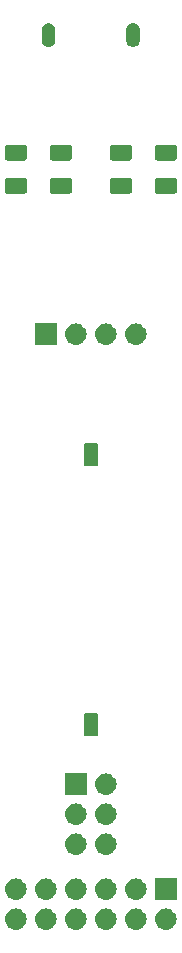
<source format=gbr>
G04 #@! TF.GenerationSoftware,KiCad,Pcbnew,5.0.2-bee76a0~70~ubuntu18.04.1*
G04 #@! TF.CreationDate,2019-11-16T15:20:31+01:00*
G04 #@! TF.ProjectId,Eierland,45696572-6c61-46e6-942e-6b696361645f,rev?*
G04 #@! TF.SameCoordinates,Original*
G04 #@! TF.FileFunction,Soldermask,Bot*
G04 #@! TF.FilePolarity,Negative*
%FSLAX46Y46*%
G04 Gerber Fmt 4.6, Leading zero omitted, Abs format (unit mm)*
G04 Created by KiCad (PCBNEW 5.0.2-bee76a0~70~ubuntu18.04.1) date za 16 nov 2019 15:20:31 CET*
%MOMM*%
%LPD*%
G01*
G04 APERTURE LIST*
%ADD10C,0.150000*%
%ADD11C,0.100000*%
G04 APERTURE END LIST*
D10*
G36*
X131572000Y-126111000D02*
X131572000Y-127889000D01*
X132588000Y-127889000D01*
X132588000Y-126111000D01*
X131572000Y-126111000D01*
G37*
X131572000Y-126111000D02*
X131572000Y-127889000D01*
X132588000Y-127889000D01*
X132588000Y-126111000D01*
X131572000Y-126111000D01*
G36*
X131572000Y-103251000D02*
X131572000Y-105029000D01*
X132588000Y-105029000D01*
X132588000Y-103251000D01*
X131572000Y-103251000D01*
G37*
X131572000Y-103251000D02*
X131572000Y-105029000D01*
X132588000Y-105029000D01*
X132588000Y-103251000D01*
X131572000Y-103251000D01*
D11*
G36*
X125840442Y-142615518D02*
X125906627Y-142622037D01*
X126019853Y-142656384D01*
X126076467Y-142673557D01*
X126215087Y-142747652D01*
X126232991Y-142757222D01*
X126268729Y-142786552D01*
X126370186Y-142869814D01*
X126453448Y-142971271D01*
X126482778Y-143007009D01*
X126482779Y-143007011D01*
X126566443Y-143163533D01*
X126566443Y-143163534D01*
X126617963Y-143333373D01*
X126635359Y-143510000D01*
X126617963Y-143686627D01*
X126583616Y-143799853D01*
X126566443Y-143856467D01*
X126492348Y-143995087D01*
X126482778Y-144012991D01*
X126453448Y-144048729D01*
X126370186Y-144150186D01*
X126268729Y-144233448D01*
X126232991Y-144262778D01*
X126232989Y-144262779D01*
X126076467Y-144346443D01*
X126019853Y-144363616D01*
X125906627Y-144397963D01*
X125840443Y-144404481D01*
X125774260Y-144411000D01*
X125685740Y-144411000D01*
X125619557Y-144404481D01*
X125553373Y-144397963D01*
X125440147Y-144363616D01*
X125383533Y-144346443D01*
X125227011Y-144262779D01*
X125227009Y-144262778D01*
X125191271Y-144233448D01*
X125089814Y-144150186D01*
X125006552Y-144048729D01*
X124977222Y-144012991D01*
X124967652Y-143995087D01*
X124893557Y-143856467D01*
X124876384Y-143799853D01*
X124842037Y-143686627D01*
X124824641Y-143510000D01*
X124842037Y-143333373D01*
X124893557Y-143163534D01*
X124893557Y-143163533D01*
X124977221Y-143007011D01*
X124977222Y-143007009D01*
X125006552Y-142971271D01*
X125089814Y-142869814D01*
X125191271Y-142786552D01*
X125227009Y-142757222D01*
X125244913Y-142747652D01*
X125383533Y-142673557D01*
X125440147Y-142656384D01*
X125553373Y-142622037D01*
X125619558Y-142615518D01*
X125685740Y-142609000D01*
X125774260Y-142609000D01*
X125840442Y-142615518D01*
X125840442Y-142615518D01*
G37*
G36*
X136000442Y-142615518D02*
X136066627Y-142622037D01*
X136179853Y-142656384D01*
X136236467Y-142673557D01*
X136375087Y-142747652D01*
X136392991Y-142757222D01*
X136428729Y-142786552D01*
X136530186Y-142869814D01*
X136613448Y-142971271D01*
X136642778Y-143007009D01*
X136642779Y-143007011D01*
X136726443Y-143163533D01*
X136726443Y-143163534D01*
X136777963Y-143333373D01*
X136795359Y-143510000D01*
X136777963Y-143686627D01*
X136743616Y-143799853D01*
X136726443Y-143856467D01*
X136652348Y-143995087D01*
X136642778Y-144012991D01*
X136613448Y-144048729D01*
X136530186Y-144150186D01*
X136428729Y-144233448D01*
X136392991Y-144262778D01*
X136392989Y-144262779D01*
X136236467Y-144346443D01*
X136179853Y-144363616D01*
X136066627Y-144397963D01*
X136000443Y-144404481D01*
X135934260Y-144411000D01*
X135845740Y-144411000D01*
X135779557Y-144404481D01*
X135713373Y-144397963D01*
X135600147Y-144363616D01*
X135543533Y-144346443D01*
X135387011Y-144262779D01*
X135387009Y-144262778D01*
X135351271Y-144233448D01*
X135249814Y-144150186D01*
X135166552Y-144048729D01*
X135137222Y-144012991D01*
X135127652Y-143995087D01*
X135053557Y-143856467D01*
X135036384Y-143799853D01*
X135002037Y-143686627D01*
X134984641Y-143510000D01*
X135002037Y-143333373D01*
X135053557Y-143163534D01*
X135053557Y-143163533D01*
X135137221Y-143007011D01*
X135137222Y-143007009D01*
X135166552Y-142971271D01*
X135249814Y-142869814D01*
X135351271Y-142786552D01*
X135387009Y-142757222D01*
X135404913Y-142747652D01*
X135543533Y-142673557D01*
X135600147Y-142656384D01*
X135713373Y-142622037D01*
X135779558Y-142615518D01*
X135845740Y-142609000D01*
X135934260Y-142609000D01*
X136000442Y-142615518D01*
X136000442Y-142615518D01*
G37*
G36*
X138540442Y-142615518D02*
X138606627Y-142622037D01*
X138719853Y-142656384D01*
X138776467Y-142673557D01*
X138915087Y-142747652D01*
X138932991Y-142757222D01*
X138968729Y-142786552D01*
X139070186Y-142869814D01*
X139153448Y-142971271D01*
X139182778Y-143007009D01*
X139182779Y-143007011D01*
X139266443Y-143163533D01*
X139266443Y-143163534D01*
X139317963Y-143333373D01*
X139335359Y-143510000D01*
X139317963Y-143686627D01*
X139283616Y-143799853D01*
X139266443Y-143856467D01*
X139192348Y-143995087D01*
X139182778Y-144012991D01*
X139153448Y-144048729D01*
X139070186Y-144150186D01*
X138968729Y-144233448D01*
X138932991Y-144262778D01*
X138932989Y-144262779D01*
X138776467Y-144346443D01*
X138719853Y-144363616D01*
X138606627Y-144397963D01*
X138540443Y-144404481D01*
X138474260Y-144411000D01*
X138385740Y-144411000D01*
X138319557Y-144404481D01*
X138253373Y-144397963D01*
X138140147Y-144363616D01*
X138083533Y-144346443D01*
X137927011Y-144262779D01*
X137927009Y-144262778D01*
X137891271Y-144233448D01*
X137789814Y-144150186D01*
X137706552Y-144048729D01*
X137677222Y-144012991D01*
X137667652Y-143995087D01*
X137593557Y-143856467D01*
X137576384Y-143799853D01*
X137542037Y-143686627D01*
X137524641Y-143510000D01*
X137542037Y-143333373D01*
X137593557Y-143163534D01*
X137593557Y-143163533D01*
X137677221Y-143007011D01*
X137677222Y-143007009D01*
X137706552Y-142971271D01*
X137789814Y-142869814D01*
X137891271Y-142786552D01*
X137927009Y-142757222D01*
X137944913Y-142747652D01*
X138083533Y-142673557D01*
X138140147Y-142656384D01*
X138253373Y-142622037D01*
X138319558Y-142615518D01*
X138385740Y-142609000D01*
X138474260Y-142609000D01*
X138540442Y-142615518D01*
X138540442Y-142615518D01*
G37*
G36*
X133460442Y-142615518D02*
X133526627Y-142622037D01*
X133639853Y-142656384D01*
X133696467Y-142673557D01*
X133835087Y-142747652D01*
X133852991Y-142757222D01*
X133888729Y-142786552D01*
X133990186Y-142869814D01*
X134073448Y-142971271D01*
X134102778Y-143007009D01*
X134102779Y-143007011D01*
X134186443Y-143163533D01*
X134186443Y-143163534D01*
X134237963Y-143333373D01*
X134255359Y-143510000D01*
X134237963Y-143686627D01*
X134203616Y-143799853D01*
X134186443Y-143856467D01*
X134112348Y-143995087D01*
X134102778Y-144012991D01*
X134073448Y-144048729D01*
X133990186Y-144150186D01*
X133888729Y-144233448D01*
X133852991Y-144262778D01*
X133852989Y-144262779D01*
X133696467Y-144346443D01*
X133639853Y-144363616D01*
X133526627Y-144397963D01*
X133460443Y-144404481D01*
X133394260Y-144411000D01*
X133305740Y-144411000D01*
X133239557Y-144404481D01*
X133173373Y-144397963D01*
X133060147Y-144363616D01*
X133003533Y-144346443D01*
X132847011Y-144262779D01*
X132847009Y-144262778D01*
X132811271Y-144233448D01*
X132709814Y-144150186D01*
X132626552Y-144048729D01*
X132597222Y-144012991D01*
X132587652Y-143995087D01*
X132513557Y-143856467D01*
X132496384Y-143799853D01*
X132462037Y-143686627D01*
X132444641Y-143510000D01*
X132462037Y-143333373D01*
X132513557Y-143163534D01*
X132513557Y-143163533D01*
X132597221Y-143007011D01*
X132597222Y-143007009D01*
X132626552Y-142971271D01*
X132709814Y-142869814D01*
X132811271Y-142786552D01*
X132847009Y-142757222D01*
X132864913Y-142747652D01*
X133003533Y-142673557D01*
X133060147Y-142656384D01*
X133173373Y-142622037D01*
X133239558Y-142615518D01*
X133305740Y-142609000D01*
X133394260Y-142609000D01*
X133460442Y-142615518D01*
X133460442Y-142615518D01*
G37*
G36*
X130920442Y-142615518D02*
X130986627Y-142622037D01*
X131099853Y-142656384D01*
X131156467Y-142673557D01*
X131295087Y-142747652D01*
X131312991Y-142757222D01*
X131348729Y-142786552D01*
X131450186Y-142869814D01*
X131533448Y-142971271D01*
X131562778Y-143007009D01*
X131562779Y-143007011D01*
X131646443Y-143163533D01*
X131646443Y-143163534D01*
X131697963Y-143333373D01*
X131715359Y-143510000D01*
X131697963Y-143686627D01*
X131663616Y-143799853D01*
X131646443Y-143856467D01*
X131572348Y-143995087D01*
X131562778Y-144012991D01*
X131533448Y-144048729D01*
X131450186Y-144150186D01*
X131348729Y-144233448D01*
X131312991Y-144262778D01*
X131312989Y-144262779D01*
X131156467Y-144346443D01*
X131099853Y-144363616D01*
X130986627Y-144397963D01*
X130920443Y-144404481D01*
X130854260Y-144411000D01*
X130765740Y-144411000D01*
X130699557Y-144404481D01*
X130633373Y-144397963D01*
X130520147Y-144363616D01*
X130463533Y-144346443D01*
X130307011Y-144262779D01*
X130307009Y-144262778D01*
X130271271Y-144233448D01*
X130169814Y-144150186D01*
X130086552Y-144048729D01*
X130057222Y-144012991D01*
X130047652Y-143995087D01*
X129973557Y-143856467D01*
X129956384Y-143799853D01*
X129922037Y-143686627D01*
X129904641Y-143510000D01*
X129922037Y-143333373D01*
X129973557Y-143163534D01*
X129973557Y-143163533D01*
X130057221Y-143007011D01*
X130057222Y-143007009D01*
X130086552Y-142971271D01*
X130169814Y-142869814D01*
X130271271Y-142786552D01*
X130307009Y-142757222D01*
X130324913Y-142747652D01*
X130463533Y-142673557D01*
X130520147Y-142656384D01*
X130633373Y-142622037D01*
X130699558Y-142615518D01*
X130765740Y-142609000D01*
X130854260Y-142609000D01*
X130920442Y-142615518D01*
X130920442Y-142615518D01*
G37*
G36*
X128380442Y-142615518D02*
X128446627Y-142622037D01*
X128559853Y-142656384D01*
X128616467Y-142673557D01*
X128755087Y-142747652D01*
X128772991Y-142757222D01*
X128808729Y-142786552D01*
X128910186Y-142869814D01*
X128993448Y-142971271D01*
X129022778Y-143007009D01*
X129022779Y-143007011D01*
X129106443Y-143163533D01*
X129106443Y-143163534D01*
X129157963Y-143333373D01*
X129175359Y-143510000D01*
X129157963Y-143686627D01*
X129123616Y-143799853D01*
X129106443Y-143856467D01*
X129032348Y-143995087D01*
X129022778Y-144012991D01*
X128993448Y-144048729D01*
X128910186Y-144150186D01*
X128808729Y-144233448D01*
X128772991Y-144262778D01*
X128772989Y-144262779D01*
X128616467Y-144346443D01*
X128559853Y-144363616D01*
X128446627Y-144397963D01*
X128380443Y-144404481D01*
X128314260Y-144411000D01*
X128225740Y-144411000D01*
X128159557Y-144404481D01*
X128093373Y-144397963D01*
X127980147Y-144363616D01*
X127923533Y-144346443D01*
X127767011Y-144262779D01*
X127767009Y-144262778D01*
X127731271Y-144233448D01*
X127629814Y-144150186D01*
X127546552Y-144048729D01*
X127517222Y-144012991D01*
X127507652Y-143995087D01*
X127433557Y-143856467D01*
X127416384Y-143799853D01*
X127382037Y-143686627D01*
X127364641Y-143510000D01*
X127382037Y-143333373D01*
X127433557Y-143163534D01*
X127433557Y-143163533D01*
X127517221Y-143007011D01*
X127517222Y-143007009D01*
X127546552Y-142971271D01*
X127629814Y-142869814D01*
X127731271Y-142786552D01*
X127767009Y-142757222D01*
X127784913Y-142747652D01*
X127923533Y-142673557D01*
X127980147Y-142656384D01*
X128093373Y-142622037D01*
X128159558Y-142615518D01*
X128225740Y-142609000D01*
X128314260Y-142609000D01*
X128380442Y-142615518D01*
X128380442Y-142615518D01*
G37*
G36*
X133460443Y-140075519D02*
X133526627Y-140082037D01*
X133639853Y-140116384D01*
X133696467Y-140133557D01*
X133835087Y-140207652D01*
X133852991Y-140217222D01*
X133888729Y-140246552D01*
X133990186Y-140329814D01*
X134073448Y-140431271D01*
X134102778Y-140467009D01*
X134102779Y-140467011D01*
X134186443Y-140623533D01*
X134186443Y-140623534D01*
X134237963Y-140793373D01*
X134255359Y-140970000D01*
X134237963Y-141146627D01*
X134203616Y-141259853D01*
X134186443Y-141316467D01*
X134112348Y-141455087D01*
X134102778Y-141472991D01*
X134073448Y-141508729D01*
X133990186Y-141610186D01*
X133888729Y-141693448D01*
X133852991Y-141722778D01*
X133852989Y-141722779D01*
X133696467Y-141806443D01*
X133639853Y-141823616D01*
X133526627Y-141857963D01*
X133460443Y-141864481D01*
X133394260Y-141871000D01*
X133305740Y-141871000D01*
X133239557Y-141864481D01*
X133173373Y-141857963D01*
X133060147Y-141823616D01*
X133003533Y-141806443D01*
X132847011Y-141722779D01*
X132847009Y-141722778D01*
X132811271Y-141693448D01*
X132709814Y-141610186D01*
X132626552Y-141508729D01*
X132597222Y-141472991D01*
X132587652Y-141455087D01*
X132513557Y-141316467D01*
X132496384Y-141259853D01*
X132462037Y-141146627D01*
X132444641Y-140970000D01*
X132462037Y-140793373D01*
X132513557Y-140623534D01*
X132513557Y-140623533D01*
X132597221Y-140467011D01*
X132597222Y-140467009D01*
X132626552Y-140431271D01*
X132709814Y-140329814D01*
X132811271Y-140246552D01*
X132847009Y-140217222D01*
X132864913Y-140207652D01*
X133003533Y-140133557D01*
X133060147Y-140116384D01*
X133173373Y-140082037D01*
X133239557Y-140075519D01*
X133305740Y-140069000D01*
X133394260Y-140069000D01*
X133460443Y-140075519D01*
X133460443Y-140075519D01*
G37*
G36*
X125840443Y-140075519D02*
X125906627Y-140082037D01*
X126019853Y-140116384D01*
X126076467Y-140133557D01*
X126215087Y-140207652D01*
X126232991Y-140217222D01*
X126268729Y-140246552D01*
X126370186Y-140329814D01*
X126453448Y-140431271D01*
X126482778Y-140467009D01*
X126482779Y-140467011D01*
X126566443Y-140623533D01*
X126566443Y-140623534D01*
X126617963Y-140793373D01*
X126635359Y-140970000D01*
X126617963Y-141146627D01*
X126583616Y-141259853D01*
X126566443Y-141316467D01*
X126492348Y-141455087D01*
X126482778Y-141472991D01*
X126453448Y-141508729D01*
X126370186Y-141610186D01*
X126268729Y-141693448D01*
X126232991Y-141722778D01*
X126232989Y-141722779D01*
X126076467Y-141806443D01*
X126019853Y-141823616D01*
X125906627Y-141857963D01*
X125840443Y-141864481D01*
X125774260Y-141871000D01*
X125685740Y-141871000D01*
X125619557Y-141864481D01*
X125553373Y-141857963D01*
X125440147Y-141823616D01*
X125383533Y-141806443D01*
X125227011Y-141722779D01*
X125227009Y-141722778D01*
X125191271Y-141693448D01*
X125089814Y-141610186D01*
X125006552Y-141508729D01*
X124977222Y-141472991D01*
X124967652Y-141455087D01*
X124893557Y-141316467D01*
X124876384Y-141259853D01*
X124842037Y-141146627D01*
X124824641Y-140970000D01*
X124842037Y-140793373D01*
X124893557Y-140623534D01*
X124893557Y-140623533D01*
X124977221Y-140467011D01*
X124977222Y-140467009D01*
X125006552Y-140431271D01*
X125089814Y-140329814D01*
X125191271Y-140246552D01*
X125227009Y-140217222D01*
X125244913Y-140207652D01*
X125383533Y-140133557D01*
X125440147Y-140116384D01*
X125553373Y-140082037D01*
X125619557Y-140075519D01*
X125685740Y-140069000D01*
X125774260Y-140069000D01*
X125840443Y-140075519D01*
X125840443Y-140075519D01*
G37*
G36*
X128380443Y-140075519D02*
X128446627Y-140082037D01*
X128559853Y-140116384D01*
X128616467Y-140133557D01*
X128755087Y-140207652D01*
X128772991Y-140217222D01*
X128808729Y-140246552D01*
X128910186Y-140329814D01*
X128993448Y-140431271D01*
X129022778Y-140467009D01*
X129022779Y-140467011D01*
X129106443Y-140623533D01*
X129106443Y-140623534D01*
X129157963Y-140793373D01*
X129175359Y-140970000D01*
X129157963Y-141146627D01*
X129123616Y-141259853D01*
X129106443Y-141316467D01*
X129032348Y-141455087D01*
X129022778Y-141472991D01*
X128993448Y-141508729D01*
X128910186Y-141610186D01*
X128808729Y-141693448D01*
X128772991Y-141722778D01*
X128772989Y-141722779D01*
X128616467Y-141806443D01*
X128559853Y-141823616D01*
X128446627Y-141857963D01*
X128380443Y-141864481D01*
X128314260Y-141871000D01*
X128225740Y-141871000D01*
X128159557Y-141864481D01*
X128093373Y-141857963D01*
X127980147Y-141823616D01*
X127923533Y-141806443D01*
X127767011Y-141722779D01*
X127767009Y-141722778D01*
X127731271Y-141693448D01*
X127629814Y-141610186D01*
X127546552Y-141508729D01*
X127517222Y-141472991D01*
X127507652Y-141455087D01*
X127433557Y-141316467D01*
X127416384Y-141259853D01*
X127382037Y-141146627D01*
X127364641Y-140970000D01*
X127382037Y-140793373D01*
X127433557Y-140623534D01*
X127433557Y-140623533D01*
X127517221Y-140467011D01*
X127517222Y-140467009D01*
X127546552Y-140431271D01*
X127629814Y-140329814D01*
X127731271Y-140246552D01*
X127767009Y-140217222D01*
X127784913Y-140207652D01*
X127923533Y-140133557D01*
X127980147Y-140116384D01*
X128093373Y-140082037D01*
X128159557Y-140075519D01*
X128225740Y-140069000D01*
X128314260Y-140069000D01*
X128380443Y-140075519D01*
X128380443Y-140075519D01*
G37*
G36*
X130920443Y-140075519D02*
X130986627Y-140082037D01*
X131099853Y-140116384D01*
X131156467Y-140133557D01*
X131295087Y-140207652D01*
X131312991Y-140217222D01*
X131348729Y-140246552D01*
X131450186Y-140329814D01*
X131533448Y-140431271D01*
X131562778Y-140467009D01*
X131562779Y-140467011D01*
X131646443Y-140623533D01*
X131646443Y-140623534D01*
X131697963Y-140793373D01*
X131715359Y-140970000D01*
X131697963Y-141146627D01*
X131663616Y-141259853D01*
X131646443Y-141316467D01*
X131572348Y-141455087D01*
X131562778Y-141472991D01*
X131533448Y-141508729D01*
X131450186Y-141610186D01*
X131348729Y-141693448D01*
X131312991Y-141722778D01*
X131312989Y-141722779D01*
X131156467Y-141806443D01*
X131099853Y-141823616D01*
X130986627Y-141857963D01*
X130920443Y-141864481D01*
X130854260Y-141871000D01*
X130765740Y-141871000D01*
X130699557Y-141864481D01*
X130633373Y-141857963D01*
X130520147Y-141823616D01*
X130463533Y-141806443D01*
X130307011Y-141722779D01*
X130307009Y-141722778D01*
X130271271Y-141693448D01*
X130169814Y-141610186D01*
X130086552Y-141508729D01*
X130057222Y-141472991D01*
X130047652Y-141455087D01*
X129973557Y-141316467D01*
X129956384Y-141259853D01*
X129922037Y-141146627D01*
X129904641Y-140970000D01*
X129922037Y-140793373D01*
X129973557Y-140623534D01*
X129973557Y-140623533D01*
X130057221Y-140467011D01*
X130057222Y-140467009D01*
X130086552Y-140431271D01*
X130169814Y-140329814D01*
X130271271Y-140246552D01*
X130307009Y-140217222D01*
X130324913Y-140207652D01*
X130463533Y-140133557D01*
X130520147Y-140116384D01*
X130633373Y-140082037D01*
X130699557Y-140075519D01*
X130765740Y-140069000D01*
X130854260Y-140069000D01*
X130920443Y-140075519D01*
X130920443Y-140075519D01*
G37*
G36*
X136000443Y-140075519D02*
X136066627Y-140082037D01*
X136179853Y-140116384D01*
X136236467Y-140133557D01*
X136375087Y-140207652D01*
X136392991Y-140217222D01*
X136428729Y-140246552D01*
X136530186Y-140329814D01*
X136613448Y-140431271D01*
X136642778Y-140467009D01*
X136642779Y-140467011D01*
X136726443Y-140623533D01*
X136726443Y-140623534D01*
X136777963Y-140793373D01*
X136795359Y-140970000D01*
X136777963Y-141146627D01*
X136743616Y-141259853D01*
X136726443Y-141316467D01*
X136652348Y-141455087D01*
X136642778Y-141472991D01*
X136613448Y-141508729D01*
X136530186Y-141610186D01*
X136428729Y-141693448D01*
X136392991Y-141722778D01*
X136392989Y-141722779D01*
X136236467Y-141806443D01*
X136179853Y-141823616D01*
X136066627Y-141857963D01*
X136000443Y-141864481D01*
X135934260Y-141871000D01*
X135845740Y-141871000D01*
X135779557Y-141864481D01*
X135713373Y-141857963D01*
X135600147Y-141823616D01*
X135543533Y-141806443D01*
X135387011Y-141722779D01*
X135387009Y-141722778D01*
X135351271Y-141693448D01*
X135249814Y-141610186D01*
X135166552Y-141508729D01*
X135137222Y-141472991D01*
X135127652Y-141455087D01*
X135053557Y-141316467D01*
X135036384Y-141259853D01*
X135002037Y-141146627D01*
X134984641Y-140970000D01*
X135002037Y-140793373D01*
X135053557Y-140623534D01*
X135053557Y-140623533D01*
X135137221Y-140467011D01*
X135137222Y-140467009D01*
X135166552Y-140431271D01*
X135249814Y-140329814D01*
X135351271Y-140246552D01*
X135387009Y-140217222D01*
X135404913Y-140207652D01*
X135543533Y-140133557D01*
X135600147Y-140116384D01*
X135713373Y-140082037D01*
X135779557Y-140075519D01*
X135845740Y-140069000D01*
X135934260Y-140069000D01*
X136000443Y-140075519D01*
X136000443Y-140075519D01*
G37*
G36*
X139331000Y-141871000D02*
X137529000Y-141871000D01*
X137529000Y-140069000D01*
X139331000Y-140069000D01*
X139331000Y-141871000D01*
X139331000Y-141871000D01*
G37*
G36*
X133460443Y-136265519D02*
X133526627Y-136272037D01*
X133639853Y-136306384D01*
X133696467Y-136323557D01*
X133835087Y-136397652D01*
X133852991Y-136407222D01*
X133888729Y-136436552D01*
X133990186Y-136519814D01*
X134073448Y-136621271D01*
X134102778Y-136657009D01*
X134102779Y-136657011D01*
X134186443Y-136813533D01*
X134186443Y-136813534D01*
X134237963Y-136983373D01*
X134255359Y-137160000D01*
X134237963Y-137336627D01*
X134203616Y-137449853D01*
X134186443Y-137506467D01*
X134112348Y-137645087D01*
X134102778Y-137662991D01*
X134073448Y-137698729D01*
X133990186Y-137800186D01*
X133888729Y-137883448D01*
X133852991Y-137912778D01*
X133852989Y-137912779D01*
X133696467Y-137996443D01*
X133639853Y-138013616D01*
X133526627Y-138047963D01*
X133460442Y-138054482D01*
X133394260Y-138061000D01*
X133305740Y-138061000D01*
X133239558Y-138054482D01*
X133173373Y-138047963D01*
X133060147Y-138013616D01*
X133003533Y-137996443D01*
X132847011Y-137912779D01*
X132847009Y-137912778D01*
X132811271Y-137883448D01*
X132709814Y-137800186D01*
X132626552Y-137698729D01*
X132597222Y-137662991D01*
X132587652Y-137645087D01*
X132513557Y-137506467D01*
X132496384Y-137449853D01*
X132462037Y-137336627D01*
X132444641Y-137160000D01*
X132462037Y-136983373D01*
X132513557Y-136813534D01*
X132513557Y-136813533D01*
X132597221Y-136657011D01*
X132597222Y-136657009D01*
X132626552Y-136621271D01*
X132709814Y-136519814D01*
X132811271Y-136436552D01*
X132847009Y-136407222D01*
X132864913Y-136397652D01*
X133003533Y-136323557D01*
X133060147Y-136306384D01*
X133173373Y-136272037D01*
X133239557Y-136265519D01*
X133305740Y-136259000D01*
X133394260Y-136259000D01*
X133460443Y-136265519D01*
X133460443Y-136265519D01*
G37*
G36*
X130920443Y-136265519D02*
X130986627Y-136272037D01*
X131099853Y-136306384D01*
X131156467Y-136323557D01*
X131295087Y-136397652D01*
X131312991Y-136407222D01*
X131348729Y-136436552D01*
X131450186Y-136519814D01*
X131533448Y-136621271D01*
X131562778Y-136657009D01*
X131562779Y-136657011D01*
X131646443Y-136813533D01*
X131646443Y-136813534D01*
X131697963Y-136983373D01*
X131715359Y-137160000D01*
X131697963Y-137336627D01*
X131663616Y-137449853D01*
X131646443Y-137506467D01*
X131572348Y-137645087D01*
X131562778Y-137662991D01*
X131533448Y-137698729D01*
X131450186Y-137800186D01*
X131348729Y-137883448D01*
X131312991Y-137912778D01*
X131312989Y-137912779D01*
X131156467Y-137996443D01*
X131099853Y-138013616D01*
X130986627Y-138047963D01*
X130920442Y-138054482D01*
X130854260Y-138061000D01*
X130765740Y-138061000D01*
X130699558Y-138054482D01*
X130633373Y-138047963D01*
X130520147Y-138013616D01*
X130463533Y-137996443D01*
X130307011Y-137912779D01*
X130307009Y-137912778D01*
X130271271Y-137883448D01*
X130169814Y-137800186D01*
X130086552Y-137698729D01*
X130057222Y-137662991D01*
X130047652Y-137645087D01*
X129973557Y-137506467D01*
X129956384Y-137449853D01*
X129922037Y-137336627D01*
X129904641Y-137160000D01*
X129922037Y-136983373D01*
X129973557Y-136813534D01*
X129973557Y-136813533D01*
X130057221Y-136657011D01*
X130057222Y-136657009D01*
X130086552Y-136621271D01*
X130169814Y-136519814D01*
X130271271Y-136436552D01*
X130307009Y-136407222D01*
X130324913Y-136397652D01*
X130463533Y-136323557D01*
X130520147Y-136306384D01*
X130633373Y-136272037D01*
X130699557Y-136265519D01*
X130765740Y-136259000D01*
X130854260Y-136259000D01*
X130920443Y-136265519D01*
X130920443Y-136265519D01*
G37*
G36*
X133460443Y-133725519D02*
X133526627Y-133732037D01*
X133639853Y-133766384D01*
X133696467Y-133783557D01*
X133835087Y-133857652D01*
X133852991Y-133867222D01*
X133888729Y-133896552D01*
X133990186Y-133979814D01*
X134073448Y-134081271D01*
X134102778Y-134117009D01*
X134102779Y-134117011D01*
X134186443Y-134273533D01*
X134186443Y-134273534D01*
X134237963Y-134443373D01*
X134255359Y-134620000D01*
X134237963Y-134796627D01*
X134203616Y-134909853D01*
X134186443Y-134966467D01*
X134112348Y-135105087D01*
X134102778Y-135122991D01*
X134073448Y-135158729D01*
X133990186Y-135260186D01*
X133888729Y-135343448D01*
X133852991Y-135372778D01*
X133852989Y-135372779D01*
X133696467Y-135456443D01*
X133639853Y-135473616D01*
X133526627Y-135507963D01*
X133460443Y-135514481D01*
X133394260Y-135521000D01*
X133305740Y-135521000D01*
X133239557Y-135514481D01*
X133173373Y-135507963D01*
X133060147Y-135473616D01*
X133003533Y-135456443D01*
X132847011Y-135372779D01*
X132847009Y-135372778D01*
X132811271Y-135343448D01*
X132709814Y-135260186D01*
X132626552Y-135158729D01*
X132597222Y-135122991D01*
X132587652Y-135105087D01*
X132513557Y-134966467D01*
X132496384Y-134909853D01*
X132462037Y-134796627D01*
X132444641Y-134620000D01*
X132462037Y-134443373D01*
X132513557Y-134273534D01*
X132513557Y-134273533D01*
X132597221Y-134117011D01*
X132597222Y-134117009D01*
X132626552Y-134081271D01*
X132709814Y-133979814D01*
X132811271Y-133896552D01*
X132847009Y-133867222D01*
X132864913Y-133857652D01*
X133003533Y-133783557D01*
X133060147Y-133766384D01*
X133173373Y-133732037D01*
X133239557Y-133725519D01*
X133305740Y-133719000D01*
X133394260Y-133719000D01*
X133460443Y-133725519D01*
X133460443Y-133725519D01*
G37*
G36*
X130920443Y-133725519D02*
X130986627Y-133732037D01*
X131099853Y-133766384D01*
X131156467Y-133783557D01*
X131295087Y-133857652D01*
X131312991Y-133867222D01*
X131348729Y-133896552D01*
X131450186Y-133979814D01*
X131533448Y-134081271D01*
X131562778Y-134117009D01*
X131562779Y-134117011D01*
X131646443Y-134273533D01*
X131646443Y-134273534D01*
X131697963Y-134443373D01*
X131715359Y-134620000D01*
X131697963Y-134796627D01*
X131663616Y-134909853D01*
X131646443Y-134966467D01*
X131572348Y-135105087D01*
X131562778Y-135122991D01*
X131533448Y-135158729D01*
X131450186Y-135260186D01*
X131348729Y-135343448D01*
X131312991Y-135372778D01*
X131312989Y-135372779D01*
X131156467Y-135456443D01*
X131099853Y-135473616D01*
X130986627Y-135507963D01*
X130920443Y-135514481D01*
X130854260Y-135521000D01*
X130765740Y-135521000D01*
X130699557Y-135514481D01*
X130633373Y-135507963D01*
X130520147Y-135473616D01*
X130463533Y-135456443D01*
X130307011Y-135372779D01*
X130307009Y-135372778D01*
X130271271Y-135343448D01*
X130169814Y-135260186D01*
X130086552Y-135158729D01*
X130057222Y-135122991D01*
X130047652Y-135105087D01*
X129973557Y-134966467D01*
X129956384Y-134909853D01*
X129922037Y-134796627D01*
X129904641Y-134620000D01*
X129922037Y-134443373D01*
X129973557Y-134273534D01*
X129973557Y-134273533D01*
X130057221Y-134117011D01*
X130057222Y-134117009D01*
X130086552Y-134081271D01*
X130169814Y-133979814D01*
X130271271Y-133896552D01*
X130307009Y-133867222D01*
X130324913Y-133857652D01*
X130463533Y-133783557D01*
X130520147Y-133766384D01*
X130633373Y-133732037D01*
X130699557Y-133725519D01*
X130765740Y-133719000D01*
X130854260Y-133719000D01*
X130920443Y-133725519D01*
X130920443Y-133725519D01*
G37*
G36*
X131711000Y-132981000D02*
X129909000Y-132981000D01*
X129909000Y-131179000D01*
X131711000Y-131179000D01*
X131711000Y-132981000D01*
X131711000Y-132981000D01*
G37*
G36*
X133460442Y-131185518D02*
X133526627Y-131192037D01*
X133639853Y-131226384D01*
X133696467Y-131243557D01*
X133835087Y-131317652D01*
X133852991Y-131327222D01*
X133888729Y-131356552D01*
X133990186Y-131439814D01*
X134073448Y-131541271D01*
X134102778Y-131577009D01*
X134102779Y-131577011D01*
X134186443Y-131733533D01*
X134186443Y-131733534D01*
X134237963Y-131903373D01*
X134255359Y-132080000D01*
X134237963Y-132256627D01*
X134203616Y-132369853D01*
X134186443Y-132426467D01*
X134112348Y-132565087D01*
X134102778Y-132582991D01*
X134073448Y-132618729D01*
X133990186Y-132720186D01*
X133888729Y-132803448D01*
X133852991Y-132832778D01*
X133852989Y-132832779D01*
X133696467Y-132916443D01*
X133639853Y-132933616D01*
X133526627Y-132967963D01*
X133460443Y-132974481D01*
X133394260Y-132981000D01*
X133305740Y-132981000D01*
X133239557Y-132974481D01*
X133173373Y-132967963D01*
X133060147Y-132933616D01*
X133003533Y-132916443D01*
X132847011Y-132832779D01*
X132847009Y-132832778D01*
X132811271Y-132803448D01*
X132709814Y-132720186D01*
X132626552Y-132618729D01*
X132597222Y-132582991D01*
X132587652Y-132565087D01*
X132513557Y-132426467D01*
X132496384Y-132369853D01*
X132462037Y-132256627D01*
X132444641Y-132080000D01*
X132462037Y-131903373D01*
X132513557Y-131733534D01*
X132513557Y-131733533D01*
X132597221Y-131577011D01*
X132597222Y-131577009D01*
X132626552Y-131541271D01*
X132709814Y-131439814D01*
X132811271Y-131356552D01*
X132847009Y-131327222D01*
X132864913Y-131317652D01*
X133003533Y-131243557D01*
X133060147Y-131226384D01*
X133173373Y-131192037D01*
X133239558Y-131185518D01*
X133305740Y-131179000D01*
X133394260Y-131179000D01*
X133460442Y-131185518D01*
X133460442Y-131185518D01*
G37*
G36*
X133460443Y-93085519D02*
X133526627Y-93092037D01*
X133639853Y-93126384D01*
X133696467Y-93143557D01*
X133835087Y-93217652D01*
X133852991Y-93227222D01*
X133888729Y-93256552D01*
X133990186Y-93339814D01*
X134073448Y-93441271D01*
X134102778Y-93477009D01*
X134102779Y-93477011D01*
X134186443Y-93633533D01*
X134186443Y-93633534D01*
X134237963Y-93803373D01*
X134255359Y-93980000D01*
X134237963Y-94156627D01*
X134203616Y-94269853D01*
X134186443Y-94326467D01*
X134112348Y-94465087D01*
X134102778Y-94482991D01*
X134073448Y-94518729D01*
X133990186Y-94620186D01*
X133888729Y-94703448D01*
X133852991Y-94732778D01*
X133852989Y-94732779D01*
X133696467Y-94816443D01*
X133639853Y-94833616D01*
X133526627Y-94867963D01*
X133460443Y-94874481D01*
X133394260Y-94881000D01*
X133305740Y-94881000D01*
X133239557Y-94874481D01*
X133173373Y-94867963D01*
X133060147Y-94833616D01*
X133003533Y-94816443D01*
X132847011Y-94732779D01*
X132847009Y-94732778D01*
X132811271Y-94703448D01*
X132709814Y-94620186D01*
X132626552Y-94518729D01*
X132597222Y-94482991D01*
X132587652Y-94465087D01*
X132513557Y-94326467D01*
X132496384Y-94269853D01*
X132462037Y-94156627D01*
X132444641Y-93980000D01*
X132462037Y-93803373D01*
X132513557Y-93633534D01*
X132513557Y-93633533D01*
X132597221Y-93477011D01*
X132597222Y-93477009D01*
X132626552Y-93441271D01*
X132709814Y-93339814D01*
X132811271Y-93256552D01*
X132847009Y-93227222D01*
X132864913Y-93217652D01*
X133003533Y-93143557D01*
X133060147Y-93126384D01*
X133173373Y-93092037D01*
X133239557Y-93085519D01*
X133305740Y-93079000D01*
X133394260Y-93079000D01*
X133460443Y-93085519D01*
X133460443Y-93085519D01*
G37*
G36*
X136000443Y-93085519D02*
X136066627Y-93092037D01*
X136179853Y-93126384D01*
X136236467Y-93143557D01*
X136375087Y-93217652D01*
X136392991Y-93227222D01*
X136428729Y-93256552D01*
X136530186Y-93339814D01*
X136613448Y-93441271D01*
X136642778Y-93477009D01*
X136642779Y-93477011D01*
X136726443Y-93633533D01*
X136726443Y-93633534D01*
X136777963Y-93803373D01*
X136795359Y-93980000D01*
X136777963Y-94156627D01*
X136743616Y-94269853D01*
X136726443Y-94326467D01*
X136652348Y-94465087D01*
X136642778Y-94482991D01*
X136613448Y-94518729D01*
X136530186Y-94620186D01*
X136428729Y-94703448D01*
X136392991Y-94732778D01*
X136392989Y-94732779D01*
X136236467Y-94816443D01*
X136179853Y-94833616D01*
X136066627Y-94867963D01*
X136000443Y-94874481D01*
X135934260Y-94881000D01*
X135845740Y-94881000D01*
X135779557Y-94874481D01*
X135713373Y-94867963D01*
X135600147Y-94833616D01*
X135543533Y-94816443D01*
X135387011Y-94732779D01*
X135387009Y-94732778D01*
X135351271Y-94703448D01*
X135249814Y-94620186D01*
X135166552Y-94518729D01*
X135137222Y-94482991D01*
X135127652Y-94465087D01*
X135053557Y-94326467D01*
X135036384Y-94269853D01*
X135002037Y-94156627D01*
X134984641Y-93980000D01*
X135002037Y-93803373D01*
X135053557Y-93633534D01*
X135053557Y-93633533D01*
X135137221Y-93477011D01*
X135137222Y-93477009D01*
X135166552Y-93441271D01*
X135249814Y-93339814D01*
X135351271Y-93256552D01*
X135387009Y-93227222D01*
X135404913Y-93217652D01*
X135543533Y-93143557D01*
X135600147Y-93126384D01*
X135713373Y-93092037D01*
X135779557Y-93085519D01*
X135845740Y-93079000D01*
X135934260Y-93079000D01*
X136000443Y-93085519D01*
X136000443Y-93085519D01*
G37*
G36*
X130920443Y-93085519D02*
X130986627Y-93092037D01*
X131099853Y-93126384D01*
X131156467Y-93143557D01*
X131295087Y-93217652D01*
X131312991Y-93227222D01*
X131348729Y-93256552D01*
X131450186Y-93339814D01*
X131533448Y-93441271D01*
X131562778Y-93477009D01*
X131562779Y-93477011D01*
X131646443Y-93633533D01*
X131646443Y-93633534D01*
X131697963Y-93803373D01*
X131715359Y-93980000D01*
X131697963Y-94156627D01*
X131663616Y-94269853D01*
X131646443Y-94326467D01*
X131572348Y-94465087D01*
X131562778Y-94482991D01*
X131533448Y-94518729D01*
X131450186Y-94620186D01*
X131348729Y-94703448D01*
X131312991Y-94732778D01*
X131312989Y-94732779D01*
X131156467Y-94816443D01*
X131099853Y-94833616D01*
X130986627Y-94867963D01*
X130920443Y-94874481D01*
X130854260Y-94881000D01*
X130765740Y-94881000D01*
X130699557Y-94874481D01*
X130633373Y-94867963D01*
X130520147Y-94833616D01*
X130463533Y-94816443D01*
X130307011Y-94732779D01*
X130307009Y-94732778D01*
X130271271Y-94703448D01*
X130169814Y-94620186D01*
X130086552Y-94518729D01*
X130057222Y-94482991D01*
X130047652Y-94465087D01*
X129973557Y-94326467D01*
X129956384Y-94269853D01*
X129922037Y-94156627D01*
X129904641Y-93980000D01*
X129922037Y-93803373D01*
X129973557Y-93633534D01*
X129973557Y-93633533D01*
X130057221Y-93477011D01*
X130057222Y-93477009D01*
X130086552Y-93441271D01*
X130169814Y-93339814D01*
X130271271Y-93256552D01*
X130307009Y-93227222D01*
X130324913Y-93217652D01*
X130463533Y-93143557D01*
X130520147Y-93126384D01*
X130633373Y-93092037D01*
X130699557Y-93085519D01*
X130765740Y-93079000D01*
X130854260Y-93079000D01*
X130920443Y-93085519D01*
X130920443Y-93085519D01*
G37*
G36*
X129171000Y-94881000D02*
X127369000Y-94881000D01*
X127369000Y-93079000D01*
X129171000Y-93079000D01*
X129171000Y-94881000D01*
X129171000Y-94881000D01*
G37*
G36*
X139198604Y-80738347D02*
X139235145Y-80749432D01*
X139268820Y-80767431D01*
X139298341Y-80791659D01*
X139322569Y-80821180D01*
X139340568Y-80854855D01*
X139351653Y-80891396D01*
X139356000Y-80935538D01*
X139356000Y-81884462D01*
X139351653Y-81928604D01*
X139340568Y-81965145D01*
X139322569Y-81998820D01*
X139298341Y-82028341D01*
X139268820Y-82052569D01*
X139235145Y-82070568D01*
X139198604Y-82081653D01*
X139154462Y-82086000D01*
X137705538Y-82086000D01*
X137661396Y-82081653D01*
X137624855Y-82070568D01*
X137591180Y-82052569D01*
X137561659Y-82028341D01*
X137537431Y-81998820D01*
X137519432Y-81965145D01*
X137508347Y-81928604D01*
X137504000Y-81884462D01*
X137504000Y-80935538D01*
X137508347Y-80891396D01*
X137519432Y-80854855D01*
X137537431Y-80821180D01*
X137561659Y-80791659D01*
X137591180Y-80767431D01*
X137624855Y-80749432D01*
X137661396Y-80738347D01*
X137705538Y-80734000D01*
X139154462Y-80734000D01*
X139198604Y-80738347D01*
X139198604Y-80738347D01*
G37*
G36*
X130308604Y-80738347D02*
X130345145Y-80749432D01*
X130378820Y-80767431D01*
X130408341Y-80791659D01*
X130432569Y-80821180D01*
X130450568Y-80854855D01*
X130461653Y-80891396D01*
X130466000Y-80935538D01*
X130466000Y-81884462D01*
X130461653Y-81928604D01*
X130450568Y-81965145D01*
X130432569Y-81998820D01*
X130408341Y-82028341D01*
X130378820Y-82052569D01*
X130345145Y-82070568D01*
X130308604Y-82081653D01*
X130264462Y-82086000D01*
X128815538Y-82086000D01*
X128771396Y-82081653D01*
X128734855Y-82070568D01*
X128701180Y-82052569D01*
X128671659Y-82028341D01*
X128647431Y-81998820D01*
X128629432Y-81965145D01*
X128618347Y-81928604D01*
X128614000Y-81884462D01*
X128614000Y-80935538D01*
X128618347Y-80891396D01*
X128629432Y-80854855D01*
X128647431Y-80821180D01*
X128671659Y-80791659D01*
X128701180Y-80767431D01*
X128734855Y-80749432D01*
X128771396Y-80738347D01*
X128815538Y-80734000D01*
X130264462Y-80734000D01*
X130308604Y-80738347D01*
X130308604Y-80738347D01*
G37*
G36*
X126498604Y-80738347D02*
X126535145Y-80749432D01*
X126568820Y-80767431D01*
X126598341Y-80791659D01*
X126622569Y-80821180D01*
X126640568Y-80854855D01*
X126651653Y-80891396D01*
X126656000Y-80935538D01*
X126656000Y-81884462D01*
X126651653Y-81928604D01*
X126640568Y-81965145D01*
X126622569Y-81998820D01*
X126598341Y-82028341D01*
X126568820Y-82052569D01*
X126535145Y-82070568D01*
X126498604Y-82081653D01*
X126454462Y-82086000D01*
X125005538Y-82086000D01*
X124961396Y-82081653D01*
X124924855Y-82070568D01*
X124891180Y-82052569D01*
X124861659Y-82028341D01*
X124837431Y-81998820D01*
X124819432Y-81965145D01*
X124808347Y-81928604D01*
X124804000Y-81884462D01*
X124804000Y-80935538D01*
X124808347Y-80891396D01*
X124819432Y-80854855D01*
X124837431Y-80821180D01*
X124861659Y-80791659D01*
X124891180Y-80767431D01*
X124924855Y-80749432D01*
X124961396Y-80738347D01*
X125005538Y-80734000D01*
X126454462Y-80734000D01*
X126498604Y-80738347D01*
X126498604Y-80738347D01*
G37*
G36*
X135388604Y-80738347D02*
X135425145Y-80749432D01*
X135458820Y-80767431D01*
X135488341Y-80791659D01*
X135512569Y-80821180D01*
X135530568Y-80854855D01*
X135541653Y-80891396D01*
X135546000Y-80935538D01*
X135546000Y-81884462D01*
X135541653Y-81928604D01*
X135530568Y-81965145D01*
X135512569Y-81998820D01*
X135488341Y-82028341D01*
X135458820Y-82052569D01*
X135425145Y-82070568D01*
X135388604Y-82081653D01*
X135344462Y-82086000D01*
X133895538Y-82086000D01*
X133851396Y-82081653D01*
X133814855Y-82070568D01*
X133781180Y-82052569D01*
X133751659Y-82028341D01*
X133727431Y-81998820D01*
X133709432Y-81965145D01*
X133698347Y-81928604D01*
X133694000Y-81884462D01*
X133694000Y-80935538D01*
X133698347Y-80891396D01*
X133709432Y-80854855D01*
X133727431Y-80821180D01*
X133751659Y-80791659D01*
X133781180Y-80767431D01*
X133814855Y-80749432D01*
X133851396Y-80738347D01*
X133895538Y-80734000D01*
X135344462Y-80734000D01*
X135388604Y-80738347D01*
X135388604Y-80738347D01*
G37*
G36*
X130308604Y-77938347D02*
X130345145Y-77949432D01*
X130378820Y-77967431D01*
X130408341Y-77991659D01*
X130432569Y-78021180D01*
X130450568Y-78054855D01*
X130461653Y-78091396D01*
X130466000Y-78135538D01*
X130466000Y-79084462D01*
X130461653Y-79128604D01*
X130450568Y-79165145D01*
X130432569Y-79198820D01*
X130408341Y-79228341D01*
X130378820Y-79252569D01*
X130345145Y-79270568D01*
X130308604Y-79281653D01*
X130264462Y-79286000D01*
X128815538Y-79286000D01*
X128771396Y-79281653D01*
X128734855Y-79270568D01*
X128701180Y-79252569D01*
X128671659Y-79228341D01*
X128647431Y-79198820D01*
X128629432Y-79165145D01*
X128618347Y-79128604D01*
X128614000Y-79084462D01*
X128614000Y-78135538D01*
X128618347Y-78091396D01*
X128629432Y-78054855D01*
X128647431Y-78021180D01*
X128671659Y-77991659D01*
X128701180Y-77967431D01*
X128734855Y-77949432D01*
X128771396Y-77938347D01*
X128815538Y-77934000D01*
X130264462Y-77934000D01*
X130308604Y-77938347D01*
X130308604Y-77938347D01*
G37*
G36*
X126498604Y-77938347D02*
X126535145Y-77949432D01*
X126568820Y-77967431D01*
X126598341Y-77991659D01*
X126622569Y-78021180D01*
X126640568Y-78054855D01*
X126651653Y-78091396D01*
X126656000Y-78135538D01*
X126656000Y-79084462D01*
X126651653Y-79128604D01*
X126640568Y-79165145D01*
X126622569Y-79198820D01*
X126598341Y-79228341D01*
X126568820Y-79252569D01*
X126535145Y-79270568D01*
X126498604Y-79281653D01*
X126454462Y-79286000D01*
X125005538Y-79286000D01*
X124961396Y-79281653D01*
X124924855Y-79270568D01*
X124891180Y-79252569D01*
X124861659Y-79228341D01*
X124837431Y-79198820D01*
X124819432Y-79165145D01*
X124808347Y-79128604D01*
X124804000Y-79084462D01*
X124804000Y-78135538D01*
X124808347Y-78091396D01*
X124819432Y-78054855D01*
X124837431Y-78021180D01*
X124861659Y-77991659D01*
X124891180Y-77967431D01*
X124924855Y-77949432D01*
X124961396Y-77938347D01*
X125005538Y-77934000D01*
X126454462Y-77934000D01*
X126498604Y-77938347D01*
X126498604Y-77938347D01*
G37*
G36*
X135388604Y-77938347D02*
X135425145Y-77949432D01*
X135458820Y-77967431D01*
X135488341Y-77991659D01*
X135512569Y-78021180D01*
X135530568Y-78054855D01*
X135541653Y-78091396D01*
X135546000Y-78135538D01*
X135546000Y-79084462D01*
X135541653Y-79128604D01*
X135530568Y-79165145D01*
X135512569Y-79198820D01*
X135488341Y-79228341D01*
X135458820Y-79252569D01*
X135425145Y-79270568D01*
X135388604Y-79281653D01*
X135344462Y-79286000D01*
X133895538Y-79286000D01*
X133851396Y-79281653D01*
X133814855Y-79270568D01*
X133781180Y-79252569D01*
X133751659Y-79228341D01*
X133727431Y-79198820D01*
X133709432Y-79165145D01*
X133698347Y-79128604D01*
X133694000Y-79084462D01*
X133694000Y-78135538D01*
X133698347Y-78091396D01*
X133709432Y-78054855D01*
X133727431Y-78021180D01*
X133751659Y-77991659D01*
X133781180Y-77967431D01*
X133814855Y-77949432D01*
X133851396Y-77938347D01*
X133895538Y-77934000D01*
X135344462Y-77934000D01*
X135388604Y-77938347D01*
X135388604Y-77938347D01*
G37*
G36*
X139198604Y-77938347D02*
X139235145Y-77949432D01*
X139268820Y-77967431D01*
X139298341Y-77991659D01*
X139322569Y-78021180D01*
X139340568Y-78054855D01*
X139351653Y-78091396D01*
X139356000Y-78135538D01*
X139356000Y-79084462D01*
X139351653Y-79128604D01*
X139340568Y-79165145D01*
X139322569Y-79198820D01*
X139298341Y-79228341D01*
X139268820Y-79252569D01*
X139235145Y-79270568D01*
X139198604Y-79281653D01*
X139154462Y-79286000D01*
X137705538Y-79286000D01*
X137661396Y-79281653D01*
X137624855Y-79270568D01*
X137591180Y-79252569D01*
X137561659Y-79228341D01*
X137537431Y-79198820D01*
X137519432Y-79165145D01*
X137508347Y-79128604D01*
X137504000Y-79084462D01*
X137504000Y-78135538D01*
X137508347Y-78091396D01*
X137519432Y-78054855D01*
X137537431Y-78021180D01*
X137561659Y-77991659D01*
X137591180Y-77967431D01*
X137624855Y-77949432D01*
X137661396Y-77938347D01*
X137705538Y-77934000D01*
X139154462Y-77934000D01*
X139198604Y-77938347D01*
X139198604Y-77938347D01*
G37*
G36*
X135767915Y-67657334D02*
X135876491Y-67690271D01*
X135976556Y-67743756D01*
X136064264Y-67815736D01*
X136136244Y-67903443D01*
X136189729Y-68003508D01*
X136222666Y-68112084D01*
X136231000Y-68196702D01*
X136231000Y-69103298D01*
X136222666Y-69187916D01*
X136189729Y-69296492D01*
X136136244Y-69396557D01*
X136064264Y-69484264D01*
X135976557Y-69556244D01*
X135876492Y-69609729D01*
X135767916Y-69642666D01*
X135655000Y-69653787D01*
X135542085Y-69642666D01*
X135433509Y-69609729D01*
X135333444Y-69556244D01*
X135245737Y-69484264D01*
X135173757Y-69396557D01*
X135120272Y-69296492D01*
X135087335Y-69187916D01*
X135079000Y-69103298D01*
X135079000Y-68196703D01*
X135087334Y-68112085D01*
X135120271Y-68003509D01*
X135173756Y-67903444D01*
X135245736Y-67815736D01*
X135333443Y-67743756D01*
X135433508Y-67690271D01*
X135542084Y-67657334D01*
X135655000Y-67646213D01*
X135767915Y-67657334D01*
X135767915Y-67657334D01*
G37*
G36*
X128617916Y-67657334D02*
X128726492Y-67690271D01*
X128826557Y-67743756D01*
X128914264Y-67815736D01*
X128986244Y-67903443D01*
X129039729Y-68003508D01*
X129072666Y-68112084D01*
X129081000Y-68196702D01*
X129081000Y-69103298D01*
X129072666Y-69187916D01*
X129039729Y-69296492D01*
X128986244Y-69396557D01*
X128914264Y-69484264D01*
X128826556Y-69556244D01*
X128726491Y-69609729D01*
X128617915Y-69642666D01*
X128505000Y-69653787D01*
X128392084Y-69642666D01*
X128283508Y-69609729D01*
X128183443Y-69556244D01*
X128095736Y-69484264D01*
X128023756Y-69396556D01*
X127970271Y-69296491D01*
X127937334Y-69187915D01*
X127929000Y-69103297D01*
X127929000Y-68196702D01*
X127937335Y-68112084D01*
X127970272Y-68003508D01*
X128023757Y-67903443D01*
X128095737Y-67815736D01*
X128183444Y-67743756D01*
X128283509Y-67690271D01*
X128392085Y-67657334D01*
X128505000Y-67646213D01*
X128617916Y-67657334D01*
X128617916Y-67657334D01*
G37*
M02*

</source>
